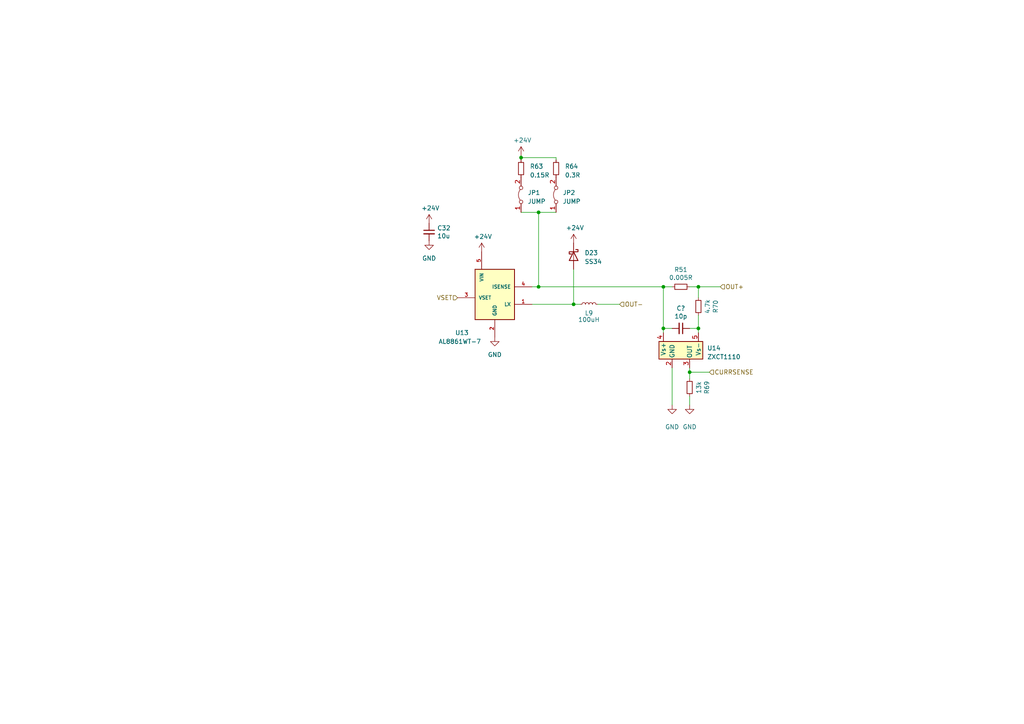
<source format=kicad_sch>
(kicad_sch (version 20230121) (generator eeschema)
  (paper "A4")
  (title_block (title "Pip Control Board") (date "2024-02-18") (rev "v3") (company "Max Hunter"))
  (lib_symbols
    (symbol "+24V_4" (power) (pin_names (offset 0))
      (property "Value" "+24V_4" (at 0 3.556 0))
      (symbol "+24V_4_0_1"
        (polyline (pts (xy -0.762 1.27) (xy 0 2.54)))
        (polyline (pts (xy 0 0) (xy 0 2.54)))
        (polyline (pts (xy 0 2.54) (xy 0.762 1.27)))
      )
      (symbol "+24V_4_1_1"
        (pin power_in line (at 0 0 90) (length 0) hide (name "+24V") (number "1"))
      )
    )
    (symbol "Amplifier_Current:ZXCT1110" (pin_names (offset 0.254))
      (property "Reference" "U" (at 7.62 1.27 0))
      (property "Value" "ZXCT1110" (at 7.62 -1.27 0))
      (symbol "ZXCT1110_0_1"
        (rectangle (start -6.35 2.54) (end 6.35 -2.54) (stroke (width 0.254)) (fill (type background)))
      )
      (symbol "ZXCT1110_1_1"
        (pin no_connect line (at 0 2.54 270) (length 2.54) hide (name "NC") (number "1"))
        (pin power_in line (at -2.54 -5.08 90) (length 2.54) (name "GND") (number "2"))
        (pin output line (at 2.54 -5.08 90) (length 2.54) (name "OUT") (number "3"))
        (pin input line (at -5.08 5.08 270) (length 2.54) (name "Vs+") (number "4"))
        (pin input line (at 5.08 5.08 270) (length 2.54) (name "Vs-") (number "5"))
      )
    )
    (symbol "Device:C_Small" (pin_numbers hide) (pin_names (offset 0.254) hide)
      (property "Reference" "C" (at 0.254 1.778 0))
      (property "Value" "C_Small" (at 0.254 -2.032 0))
      (symbol "C_Small_0_1"
        (polyline (pts (xy -1.524 -0.508) (xy 1.524 -0.508)) (stroke (width 0.3302)))
        (polyline (pts (xy -1.524 0.508) (xy 1.524 0.508)) (stroke (width 0.3048)))
      )
      (symbol "C_Small_1_1"
        (pin passive line (at 0 2.54 270) (length 2.032) (name "~") (number "1"))
        (pin passive line (at 0 -2.54 90) (length 2.032) (name "~") (number "2"))
      )
    )
    (symbol "Device:D_Schottky" (pin_numbers hide) (pin_names (offset 1.016) hide)
      (property "Reference" "D" (at 0 2.54 0))
      (property "Value" "D_Schottky" (at 0 -2.54 0))
      (symbol "D_Schottky_0_1"
        (polyline (pts (xy 1.27 0) (xy -1.27 0)))
        (polyline (pts (xy 1.27 1.27) (xy 1.27 -1.27) (xy -1.27 0) (xy 1.27 1.27)) (stroke (width 0.254)))
        (polyline (pts (xy -1.905 0.635) (xy -1.905 1.27) (xy -1.27 1.27) (xy -1.27 -1.27) (xy -0.635 -1.27) (xy -0.635 -0.635)) (stroke (width 0.254)))
      )
      (symbol "D_Schottky_1_1"
        (pin passive line (at -3.81 0 0) (length 2.54) (name "K") (number "1"))
        (pin passive line (at 3.81 0 180) (length 2.54) (name "A") (number "2"))
      )
    )
    (symbol "Device:L_Small" (pin_numbers hide) (pin_names (offset 0.254) hide)
      (property "Reference" "L" (at 0.762 1.016 0))
      (property "Value" "L_Small" (at 0.762 -1.016 0))
      (symbol "L_Small_0_1"
        (arc (start 0 -2.032) (mid 0.5058 -1.524) (end 0 -1.016))
        (arc (start 0 -1.016) (mid 0.5058 -0.508) (end 0 0))
        (arc (start 0 0) (mid 0.5058 0.508) (end 0 1.016))
        (arc (start 0 1.016) (mid 0.5058 1.524) (end 0 2.032))
      )
      (symbol "L_Small_1_1"
        (pin passive line (at 0 2.54 270) (length 0.508) (name "~") (number "1"))
        (pin passive line (at 0 -2.54 90) (length 0.508) (name "~") (number "2"))
      )
    )
    (symbol "Device:R_Small" (pin_numbers hide) (pin_names (offset 0.254) hide)
      (property "Reference" "R" (at 0.762 0.508 0))
      (property "Value" "R_Small" (at 0.762 -1.016 0))
      (symbol "R_Small_0_1"
        (rectangle (start -0.762 1.778) (end 0.762 -1.778) (stroke (width 0.2032)))
      )
      (symbol "R_Small_1_1"
        (pin passive line (at 0 2.54 270) (length 0.762) (name "~") (number "1"))
        (pin passive line (at 0 -2.54 90) (length 0.762) (name "~") (number "2"))
      )
    )
    (symbol "GND_3" (power) (pin_names (offset 0))
      (property "Value" "GND_3" (at 0 -3.81 0))
      (symbol "GND_3_0_1"
        (polyline (pts (xy 0 0) (xy 0 -1.27) (xy 1.27 -1.27) (xy 0 -2.54) (xy -1.27 -1.27) (xy 0 -1.27)))
      )
      (symbol "GND_3_1_1"
        (pin power_in line (at 0 0 270) (length 0) hide (name "GND") (number "1"))
      )
    )
    (symbol "Jumper:Jumper_2_Bridged" (pin_names (offset 0) hide)
      (property "Reference" "JP" (at 0 1.905 0))
      (property "Value" "Jumper_2_Bridged" (at 0 -2.54 0))
      (symbol "Jumper_2_Bridged_0_0"
        (circle (center -2.032 0) (radius 0.508))
        (circle (center 2.032 0) (radius 0.508))
      )
      (symbol "Jumper_2_Bridged_0_1"
        (arc (start 1.524 0.254) (mid 0 0.762) (end -1.524 0.254))
      )
      (symbol "Jumper_2_Bridged_1_1"
        (pin passive line (at -5.08 0 0) (length 2.54) (name "A") (number "1"))
        (pin passive line (at 5.08 0 180) (length 2.54) (name "B") (number "2"))
      )
    )
    (symbol "maxlibrary:AL8861Y-SOT89-5" (pin_names (offset 1.016))
      (property "Reference" "U13" (at 10.795 16.51 0))
      (property "Value" "AL8861Y-13" (at 10.795 13.97 0))
      (symbol "AL8861Y-SOT89-5_0_0"
        (rectangle (start -5.715 10.795) (end 5.715 -3.81) (stroke (width 0.254)) (fill (type background)))
        (pin output line (at 10.795 0.635 180) (length 5.08) (name "LX") (number "1"))
        (pin power_in line (at 0 -8.89 90) (length 5.08) (name "GND") (number "2"))
        (pin input line (at -10.795 2.54 0) (length 5.08) (name "VSET") (number "3"))
        (pin passive line (at 10.795 5.715 180) (length 5.08) (name "ISENSE") (number "4"))
        (pin input line (at -3.81 15.875 270) (length 5.08) (name "VIN") (number "5"))
      )
    )
    (symbol "power:GND" (power) (pin_names (offset 0))
      (property "Value" "GND" (at 0 -3.81 0))
      (symbol "GND_0_1"
        (polyline (pts (xy 0 0) (xy 0 -1.27) (xy 1.27 -1.27) (xy 0 -2.54) (xy -1.27 -1.27) (xy 0 -1.27)))
      )
      (symbol "GND_1_1"
        (pin power_in line (at 0 0 270) (length 0) hide (name "GND") (number "1"))
      )
    )
  )
  (junction (at 200.025 107.95))
  (junction (at 156.21 83.185))
  (junction (at 202.565 83.185))
  (junction (at 166.37 88.265))
  (junction (at 202.565 95.25))
  (junction (at 192.405 95.25))
  (junction (at 192.405 83.185))
  (junction (at 151.13 45.72))
  (junction (at 156.21 61.595))
  (wire (pts (xy 202.565 83.185) (xy 202.565 86.36)))
  (wire (pts (xy 192.405 95.25) (xy 192.405 96.52)))
  (wire (pts (xy 154.305 88.265) (xy 166.37 88.265)))
  (wire (pts (xy 161.29 46.355) (xy 161.29 45.72)))
  (wire (pts (xy 151.13 61.595) (xy 156.21 61.595)))
  (wire (pts (xy 154.305 83.185) (xy 156.21 83.185)))
  (wire (pts (xy 156.21 83.185) (xy 192.405 83.185)))
  (wire (pts (xy 200.025 107.95) (xy 200.025 109.855)))
  (wire (pts (xy 173.355 88.265) (xy 179.705 88.265)))
  (wire (pts (xy 202.565 95.25) (xy 202.565 96.52)))
  (wire (pts (xy 200.025 83.185) (xy 202.565 83.185)))
  (wire (pts (xy 200.025 95.25) (xy 202.565 95.25)))
  (wire (pts (xy 166.37 78.105) (xy 166.37 88.265)))
  (wire (pts (xy 156.21 61.595) (xy 156.21 83.185)))
  (wire (pts (xy 192.405 83.185) (xy 192.405 95.25)))
  (wire (pts (xy 192.405 83.185) (xy 194.945 83.185)))
  (wire (pts (xy 202.565 91.44) (xy 202.565 95.25)))
  (wire (pts (xy 192.405 95.25) (xy 194.945 95.25)))
  (wire (pts (xy 161.29 45.72) (xy 151.13 45.72)))
  (wire (pts (xy 166.37 88.265) (xy 168.275 88.265)))
  (wire (pts (xy 194.945 117.475) (xy 194.945 106.68)))
  (wire (pts (xy 200.025 106.68) (xy 200.025 107.95)))
  (wire (pts (xy 156.21 61.595) (xy 161.29 61.595)))
  (wire (pts (xy 151.13 45.72) (xy 151.13 46.355)))
  (wire (pts (xy 200.025 114.935) (xy 200.025 117.475)))
  (wire (pts (xy 151.13 45.085) (xy 151.13 45.72)))
  (wire (pts (xy 202.565 83.185) (xy 208.915 83.185)))
  (wire (pts (xy 205.74 107.95) (xy 200.025 107.95)))
  (hierarchical_label "OUT-" (shape input) (at 179.705 88.265 0))
  (hierarchical_label "CURRSENSE" (shape input) (at 205.74 107.95 0))
  (hierarchical_label "OUT+" (shape input) (at 208.915 83.185 0))
  (hierarchical_label "VSET" (shape input) (at 132.715 86.36 180))
  (symbol (lib_name "+24V_4") (lib_id "power:+24V") (at 151.13 45.085 0) (unit 1)
    (property "Reference" "#PWR0116" (effects hide))
    (property "Value" "+24V" (at 151.511 40.6908 0))
    (instances (project "pipcb" (path "" (reference "#PWR0116") (unit 1)) (path "" (reference "#PWR09") (unit 1)) (path "" (reference "#PWR0155") (unit 1)) (path "" (reference "#PWR053") (unit 1)) (path "" (reference "#PWR0125") (unit 1)) (path "" (reference "#PWR0131") (unit 1)) (path "" (reference "#PWR0138") (unit 1)) (path "" (reference "#PWR0143") (unit 1)) (path "" (reference "#PWR0149") (unit 1)) (path "" (reference "#PWR0144") (unit 1)) (path "" (reference "#PWR0152") (unit 1)) (path "" (reference "#PWR0160") (unit 1))) (project "power" (path "" (reference "#PWR?") (unit 1))))
  )
  (symbol (lib_id "Amplifier_Current:ZXCT1110") (at 197.485 101.6 0) (unit 1)
    (property "Reference" "U14" (at 205.105 100.965 0) (effects (justify left)))
    (property "Value" "ZXCT1110" (at 205.105 103.505 0) (effects (justify left)))
    (property "Footprint" "Package_TO_SOT_SMD:SOT-23-5" (effects hide))
    (property "Datasheet" "https://www.diodes.com/assets/Datasheets/ZXCT1107_10.pdf" (effects hide))
    (property "LCSC Part #" "C78482" (effects hide))
    (instances (project "pipcb" (path "" (reference "U14") (unit 1)) (path "" (reference "U20") (unit 1)) (path "" (reference "U22") (unit 1)) (path "" (reference "U24") (unit 1))))
  )
  (symbol (lib_name "+24V_4") (lib_id "power:+24V") (at 124.46 64.77 0) (unit 1)
    (property "Reference" "#PWR0116" (effects hide))
    (property "Value" "+24V" (at 124.841 60.3758 0))
    (instances (project "pipcb" (path "" (reference "#PWR0116") (unit 1)) (path "" (reference "#PWR09") (unit 1)) (path "" (reference "#PWR0155") (unit 1)) (path "" (reference "#PWR053") (unit 1)) (path "" (reference "#PWR0125") (unit 1)) (path "" (reference "#PWR0131") (unit 1)) (path "" (reference "#PWR0138") (unit 1)) (path "" (reference "#PWR0143") (unit 1)) (path "" (reference "#PWR0149") (unit 1)) (path "" (reference "#PWR0145") (unit 1)) (path "" (reference "#PWR0153") (unit 1)) (path "" (reference "#PWR0161") (unit 1))) (project "power" (path "" (reference "#PWR?") (unit 1))))
  )
  (symbol (lib_id "power:GND") (at 143.51 97.79 0) (unit 1)
    (property "Reference" "#PWR0149" (effects hide))
    (property "Value" "GND" (at 143.51 102.87 0))
    (instances (project "pipcb" (path "" (reference "#PWR0149") (unit 1)) (path "" (reference "#PWR0157") (unit 1)) (path "" (reference "#PWR0165") (unit 1))))
  )
  (symbol (lib_name "+24V_4") (lib_id "power:+24V") (at 166.37 70.485 0) (unit 1)
    (property "Reference" "#PWR0116" (effects hide))
    (property "Value" "+24V" (at 166.751 66.0908 0))
    (instances (project "pipcb" (path "" (reference "#PWR0116") (unit 1)) (path "" (reference "#PWR09") (unit 1)) (path "" (reference "#PWR0155") (unit 1)) (path "" (reference "#PWR053") (unit 1)) (path "" (reference "#PWR0125") (unit 1)) (path "" (reference "#PWR0131") (unit 1)) (path "" (reference "#PWR0138") (unit 1)) (path "" (reference "#PWR0143") (unit 1)) (path "" (reference "#PWR0149") (unit 1)) (path "" (reference "#PWR0147") (unit 1)) (path "" (reference "#PWR0155") (unit 1)) (path "" (reference "#PWR0163") (unit 1))) (project "power" (path "" (reference "#PWR?") (unit 1))))
  )
  (symbol (lib_name "GND_3") (lib_id "power:GND") (at 194.945 117.475 0) (unit 1)
    (property "Reference" "#PWR0169" (effects hide))
    (property "Value" "GND" (at 194.945 123.825 0))
    (instances (project "pipcb" (path "" (reference "#PWR0169") (unit 1)) (path "" (reference "#PWR0150") (unit 1)) (path "" (reference "#PWR0158") (unit 1)) (path "" (reference "#PWR0166") (unit 1))))
  )
  (symbol (lib_id "maxlibrary:AL8861Y-SOT89-5") (at 143.51 88.9 0) (unit 1)
    (property "Reference" "U13" (at 133.985 96.52 0))
    (property "Value" "AL8861WT-7" (at 133.35 99.06 0))
    (property "Footprint" "Package_TO_SOT_SMD:TSOT-23-5" (effects hide))
    (property "MANUFACTURER" "DIODES INCORPORATED" (effects hide))
    (property "PARTREV" "3-2" (effects hide))
    (property "STANDARD" "Manufacturer Recommendations" (effects hide))
    (property "LCSC Part #" "C581338" (effects hide))
    (instances (project "pipcb" (path "" (reference "U13") (unit 1)) (path "" (reference "U13") (unit 1)) (path "" (reference "U19") (unit 1)) (path "" (reference "U21") (unit 1)) (path "" (reference "U23") (unit 1))))
  )
  (symbol (lib_name "GND_3") (lib_id "power:GND") (at 200.025 117.475 0) (unit 1)
    (property "Reference" "#PWR0170" (effects hide))
    (property "Value" "GND" (at 200.025 123.825 0))
    (instances (project "pipcb" (path "" (reference "#PWR0170") (unit 1)) (path "" (reference "#PWR0151") (unit 1)) (path "" (reference "#PWR0159") (unit 1)) (path "" (reference "#PWR0167") (unit 1))))
  )
  (symbol (lib_id "Jumper:Jumper_2_Bridged") (at 151.13 56.515 90) (unit 1)
    (property "Reference" "JP1" (at 153.035 55.88 90) (effects (justify right)))
    (property "Value" "JUMP" (at 153.035 58.42 90) (effects (justify right)))
    (property "Footprint" "Connector_PinHeader_2.54mm:PinHeader_1x02_P2.54mm_Vertical" (effects hide))
    (property "LCSC Part #" "C5116481" (effects hide))
    (instances (project "pipcb" (path "" (reference "JP1") (unit 1)) (path "" (reference "JP3") (unit 1)) (path "" (reference "JP5") (unit 1))))
  )
  (symbol (lib_id "Device:C_Small") (at 124.46 67.31 0) (unit 1)
    (property "Reference" "C32" (at 126.7968 66.1416 0) (effects (justify left)))
    (property "Value" "10u" (at 126.7968 68.453 0) (effects (justify left)))
    (property "Footprint" "Capacitor_SMD:C_1206_3216Metric" (effects hide))
    (property "LCSC Part #" "C13585" (effects hide))
    (instances (project "pipcb" (path "" (reference "C32") (unit 1)) (path "" (reference "C37") (unit 1)) (path "" (reference "C90") (unit 1)) (path "" (reference "C42") (unit 1)) (path "" (reference "C50") (unit 1)) (path "" (reference "C58") (unit 1)) (path "" (reference "C66") (unit 1)) (path "" (reference "C74") (unit 1)) (path "" (reference "C82") (unit 1)) (path "" (reference "C79") (unit 1)) (path "" (reference "C81") (unit 1)) (path "" (reference "C83") (unit 1))) (project "power" (path "" (reference "C?") (unit 1))))
  )
  (symbol (lib_id "Device:R_Small") (at 202.565 88.9 180) (unit 1)
    (property "Reference" "R70" (at 207.5434 88.9 90))
    (property "Value" "4.7k" (at 205.232 88.9 90))
    (property "Footprint" "Resistor_SMD:R_0805_2012Metric" (effects hide))
    (property "LCSC Part #" "C17673" (effects hide))
    (instances (project "pipcb" (path "" (reference "R70") (unit 1)) (path "" (reference "R66") (unit 1)) (path "" (reference "R71") (unit 1)) (path "" (reference "R76") (unit 1))))
  )
  (symbol (lib_id "power:GND") (at 124.46 69.85 0) (unit 1)
    (property "Reference" "#PWR0146" (effects hide))
    (property "Value" "GND" (at 124.46 74.93 0))
    (instances (project "pipcb" (path "" (reference "#PWR0146") (unit 1)) (path "" (reference "#PWR0154") (unit 1)) (path "" (reference "#PWR0162") (unit 1))))
  )
  (symbol (lib_id "Device:R_Small") (at 197.485 83.185 270) (unit 1)
    (property "Reference" "R51" (at 197.485 78.2066 90))
    (property "Value" "0.005R" (at 197.485 80.518 90))
    (property "Footprint" "Resistor_SMD:R_2512_6332Metric" (effects hide))
    (property "LCSC Part #" "C5121085" (effects hide))
    (instances (project "pipcb" (path "" (reference "R51") (unit 1)) (path "" (reference "R65") (unit 1)) (path "" (reference "R70") (unit 1)) (path "" (reference "R75") (unit 1))))
  )
  (symbol (lib_id "Device:R_Small") (at 200.025 112.395 180) (unit 1)
    (property "Reference" "R69" (at 205.0034 112.395 90))
    (property "Value" "13k" (at 202.692 112.395 90))
    (property "Footprint" "Resistor_SMD:R_0805_2012Metric" (effects hide))
    (property "LCSC Part #" "C217812" (effects hide))
    (instances (project "pipcb" (path "" (reference "R69") (unit 1)) (path "" (reference "R67") (unit 1)) (path "" (reference "R72") (unit 1)) (path "" (reference "R77") (unit 1))))
  )
  (symbol (lib_id "Jumper:Jumper_2_Bridged") (at 161.29 56.515 90) (unit 1)
    (property "Reference" "JP2" (at 163.195 55.88 90) (effects (justify right)))
    (property "Value" "JUMP" (at 163.195 58.42 90) (effects (justify right)))
    (property "Footprint" "Connector_PinHeader_2.54mm:PinHeader_1x02_P2.54mm_Vertical" (effects hide))
    (property "LCSC Part #" "C5116481" (effects hide))
    (instances (project "pipcb" (path "" (reference "JP2") (unit 1)) (path "" (reference "JP4") (unit 1)) (path "" (reference "JP6") (unit 1))))
  )
  (symbol (lib_id "Device:R_Small") (at 151.13 48.895 0) (unit 1)
    (property "Reference" "R63" (at 153.67 48.26 0) (effects (justify left)))
    (property "Value" "0.15R" (at 153.67 50.8 0) (effects (justify left)))
    (property "Footprint" "Resistor_SMD:R_2512_6332Metric" (effects hide))
    (property "LCSC Part #" "C2924565" (effects hide))
    (instances (project "pipcb" (path "" (reference "R63") (unit 1)) (path "" (reference "R68") (unit 1)) (path "" (reference "R73") (unit 1))))
  )
  (symbol (lib_id "Device:R_Small") (at 161.29 48.895 0) (unit 1)
    (property "Reference" "R64" (at 163.83 48.26 0) (effects (justify left)))
    (property "Value" "0.3R" (at 163.83 50.8 0) (effects (justify left)))
    (property "Footprint" "Resistor_SMD:R_2512_6332Metric" (effects hide))
    (property "LCSC Part #" "C2912677" (effects hide))
    (instances (project "pipcb" (path "" (reference "R64") (unit 1)) (path "" (reference "R69") (unit 1)) (path "" (reference "R74") (unit 1))))
  )
  (symbol (lib_name "+24V_4") (lib_id "power:+24V") (at 139.7 73.025 0) (unit 1)
    (property "Reference" "#PWR0116" (effects hide))
    (property "Value" "+24V" (at 140.081 68.6308 0))
    (instances (project "pipcb" (path "" (reference "#PWR0116") (unit 1)) (path "" (reference "#PWR09") (unit 1)) (path "" (reference "#PWR0155") (unit 1)) (path "" (reference "#PWR053") (unit 1)) (path "" (reference "#PWR0125") (unit 1)) (path "" (reference "#PWR0131") (unit 1)) (path "" (reference "#PWR0138") (unit 1)) (path "" (reference "#PWR0143") (unit 1)) (path "" (reference "#PWR0149") (unit 1)) (path "" (reference "#PWR0148") (unit 1)) (path "" (reference "#PWR0156") (unit 1)) (path "" (reference "#PWR0164") (unit 1))) (project "power" (path "" (reference "#PWR?") (unit 1))))
  )
  (symbol (lib_id "Device:C_Small") (at 197.485 95.25 270) (unit 1)
    (property "Reference" "C?" (at 197.485 89.4334 90))
    (property "Value" "10p" (at 197.485 91.7448 90))
    (property "Footprint" "Capacitor_SMD:C_0402_1005Metric" (effects hide))
    (property "LCSC Part #" "C32949" (effects hide))
    (instances (project "pipcb" (path "" (reference "C?") (unit 1)) (path "" (reference "C36") (unit 1)) (path "" (reference "C92") (unit 1)) (path "" (reference "C44") (unit 1)) (path "" (reference "C52") (unit 1)) (path "" (reference "C60") (unit 1)) (path "" (reference "C68") (unit 1)) (path "" (reference "C76") (unit 1)) (path "" (reference "C84") (unit 1)) (path "" (reference "C98") (unit 1)) (path "" (reference "C82") (unit 1)) (path "" (reference "C80") (unit 1)) (path "" (reference "C84") (unit 1))) (project "power" (path "" (reference "C?") (unit 1))))
  )
  (symbol (lib_id "Device:L_Small") (at 170.815 88.265 90) (unit 1)
    (property "Reference" "L9" (at 170.815 90.805 90))
    (property "Value" "100uH" (at 170.815 92.71 90))
    (property "Footprint" "maxlibrary:L_SMMS1360" (effects hide))
    (property "LCSC Part #" "C149534" (effects hide))
    (instances (project "pipcb" (path "" (reference "L9") (unit 1)) (path "" (reference "L10") (unit 1)) (path "" (reference "L11") (unit 1))))
  )
  (symbol (lib_id "Device:D_Schottky") (at 166.37 74.295 270) (unit 1)
    (property "Reference" "D23" (at 169.545 73.3425 90) (effects (justify left)))
    (property "Value" "SS34" (at 169.545 75.8825 90) (effects (justify left)))
    (property "Footprint" "Diode_SMD:D_SMA" (effects hide))
    (property "LCSC Part #" "C8678" (effects hide))
    (instances (project "pipcb" (path "" (reference "D23") (unit 1)) (path "" (reference "D24") (unit 1)) (path "" (reference "D25") (unit 1))))
  )
)
</source>
